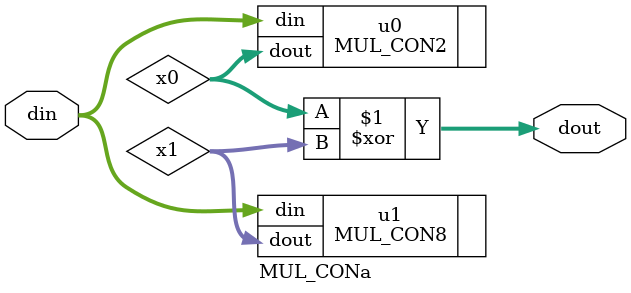
<source format=v>
module MUL_CONa(
input     [7:0]     din,  //data in, 8 bits
output    [7:0]     dout  //data out, 8 bits
);

wire [7:0] x0;//x0=2*din
wire [7:0] x1;//x1=8*din

MUL_CON2 u0(
    .din(din),
    .dout(x0)
);

MUL_CON8 u1(
    .din(din),
    .dout(x1)
);

assign dout = x0 ^ x1;
endmodule
</source>
